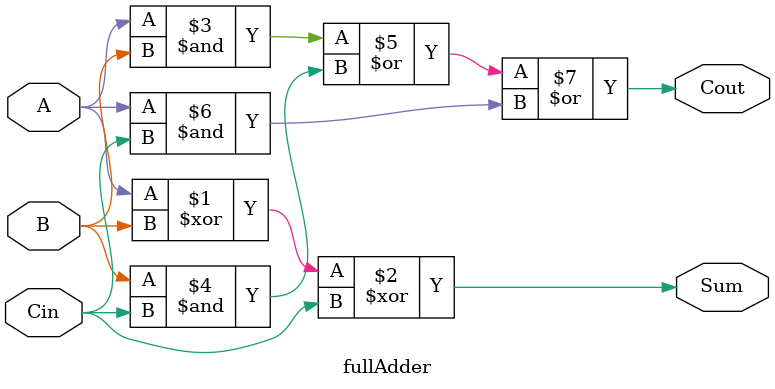
<source format=v>
module fullAdder (A, B, Cin, Sum, Cout);

    input A;
    input B; 
    input Cin;
    output Sum; 
    output Cout;

    assign Sum = A ^ B ^ Cin;
    assign Cout = (A & B) | (B & Cin) | (A & Cin);

endmodule
</source>
